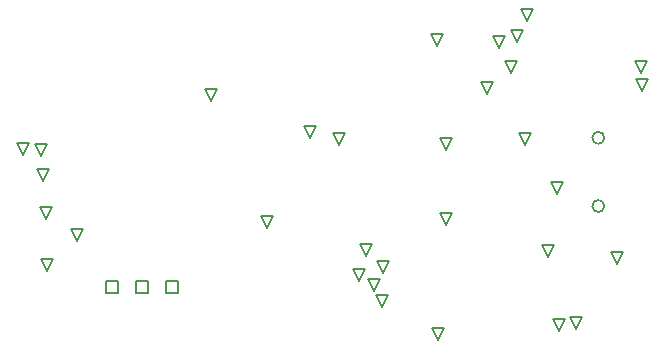
<source format=gbr>
G04*
G04 #@! TF.GenerationSoftware,Altium Limited,Altium Designer,25.8.1 (18)*
G04*
G04 Layer_Color=2752767*
%FSLAX44Y44*%
%MOMM*%
G71*
G04*
G04 #@! TF.SameCoordinates,1DE417C5-642A-4503-87AC-C91C357E1F8F*
G04*
G04*
G04 #@! TF.FilePolarity,Positive*
G04*
G01*
G75*
%ADD12C,0.1270*%
%ADD88C,0.1693*%
D12*
X-134258Y-98083D02*
Y-87923D01*
X-124099D01*
Y-98083D01*
X-134258D01*
X-159658D02*
Y-87923D01*
X-149499D01*
Y-98083D01*
X-159658D01*
X-185058D02*
Y-87923D01*
X-174898D01*
Y-98083D01*
X-185058D01*
X-237741Y-3579D02*
X-242821Y6581D01*
X-232661D01*
X-237741Y-3579D01*
X-239941Y17874D02*
X-245021Y28034D01*
X-234861D01*
X-239941Y17874D01*
X-255344Y18424D02*
X-260424Y28584D01*
X-250264D01*
X-255344Y18424D01*
X-235816Y-35484D02*
X-240896Y-25324D01*
X-230735D01*
X-235816Y-35484D01*
X170325Y26846D02*
X165245Y37006D01*
X175405D01*
X170325Y26846D01*
X35814Y-66803D02*
X30734Y-56643D01*
X40894D01*
X35814Y-66803D01*
X42527Y-96269D02*
X37447Y-86109D01*
X47607D01*
X42527Y-96269D01*
X48948Y-110481D02*
X43868Y-100321D01*
X54028D01*
X48948Y-110481D01*
X49678Y-81692D02*
X44598Y-71532D01*
X54758D01*
X49678Y-81692D01*
X29716Y-87735D02*
X24636Y-77575D01*
X34796D01*
X29716Y-87735D01*
X96666Y-138031D02*
X91586Y-127871D01*
X101746D01*
X96666Y-138031D01*
X198420Y-130130D02*
X193340Y-119970D01*
X203500D01*
X198420Y-130130D01*
X213609Y-128890D02*
X208529Y-118730D01*
X218689D01*
X213609Y-128890D01*
X189400Y-68215D02*
X184320Y-58054D01*
X194480D01*
X189400Y-68215D01*
X247985Y-73440D02*
X242905Y-63280D01*
X253065D01*
X247985Y-73440D01*
X268888Y72608D02*
X263808Y82768D01*
X273968D01*
X268888Y72608D01*
X268083Y87716D02*
X263003Y97876D01*
X273163D01*
X268083Y87716D01*
X-95768Y63963D02*
X-100848Y74123D01*
X-90688D01*
X-95768Y63963D01*
X-48260Y-43181D02*
X-53340Y-33021D01*
X-43180D01*
X-48260Y-43181D01*
X157988Y87629D02*
X152908Y97789D01*
X163068D01*
X157988Y87629D01*
X163068Y114553D02*
X157988Y124713D01*
X168148D01*
X163068Y114553D01*
X147828Y108965D02*
X142748Y119125D01*
X152908D01*
X147828Y108965D01*
X103156Y-40323D02*
X98076Y-30163D01*
X108236D01*
X103156Y-40323D01*
X95758Y110489D02*
X90678Y120649D01*
X100838D01*
X95758Y110489D01*
X103124Y23113D02*
X98044Y33273D01*
X108204D01*
X103124Y23113D01*
X138176Y70357D02*
X133096Y80517D01*
X143256D01*
X138176Y70357D01*
X12954Y27177D02*
X7874Y37337D01*
X18034D01*
X12954Y27177D01*
X-11938Y32819D02*
X-17018Y42979D01*
X-6858D01*
X-11938Y32819D01*
X197358Y-14225D02*
X192278Y-4065D01*
X202438D01*
X197358Y-14225D01*
X171704Y131825D02*
X166624Y141985D01*
X176784D01*
X171704Y131825D01*
X-209296Y-53849D02*
X-214376Y-43689D01*
X-204216D01*
X-209296Y-53849D01*
X-234950Y-79503D02*
X-240030Y-69343D01*
X-229870D01*
X-234950Y-79503D01*
D88*
X237199Y33110D02*
G03*
X237199Y33110I-5080J0D01*
G01*
Y-24690D02*
G03*
X237199Y-24690I-5080J0D01*
G01*
M02*

</source>
